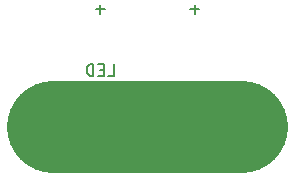
<source format=gbo>
%TF.GenerationSoftware,KiCad,Pcbnew,4.0.5-e0-6337~49~ubuntu16.04.1*%
%TF.CreationDate,2017-01-13T08:04:38-08:00*%
%TF.ProjectId,2x3-LED-TH-2.54mm-Pitch-Magnet,3278332D4C45442D54482D322E35346D,1.0*%
%TF.FileFunction,Legend,Bot*%
%FSLAX46Y46*%
G04 Gerber Fmt 4.6, Leading zero omitted, Abs format (unit mm)*
G04 Created by KiCad (PCBNEW 4.0.5-e0-6337~49~ubuntu16.04.1) date Fri Jan 13 08:04:38 2017*
%MOMM*%
%LPD*%
G01*
G04 APERTURE LIST*
%ADD10C,0.350000*%
%ADD11C,7.800000*%
%ADD12C,0.150000*%
G04 APERTURE END LIST*
D10*
D11*
X133098000Y-100457000D02*
X149098000Y-100457000D01*
D12*
X137739357Y-96146881D02*
X138215548Y-96146881D01*
X138215548Y-95146881D01*
X137406024Y-95623071D02*
X137072690Y-95623071D01*
X136929833Y-96146881D02*
X137406024Y-96146881D01*
X137406024Y-95146881D01*
X136929833Y-95146881D01*
X136501262Y-96146881D02*
X136501262Y-95146881D01*
X136263167Y-95146881D01*
X136120309Y-95194500D01*
X136025071Y-95289738D01*
X135977452Y-95384976D01*
X135929833Y-95575452D01*
X135929833Y-95718310D01*
X135977452Y-95908786D01*
X136025071Y-96004024D01*
X136120309Y-96099262D01*
X136263167Y-96146881D01*
X136501262Y-96146881D01*
X145478952Y-90528429D02*
X144717047Y-90528429D01*
X145097999Y-90909381D02*
X145097999Y-90147476D01*
X137478952Y-90528429D02*
X136717047Y-90528429D01*
X137097999Y-90909381D02*
X137097999Y-90147476D01*
M02*

</source>
